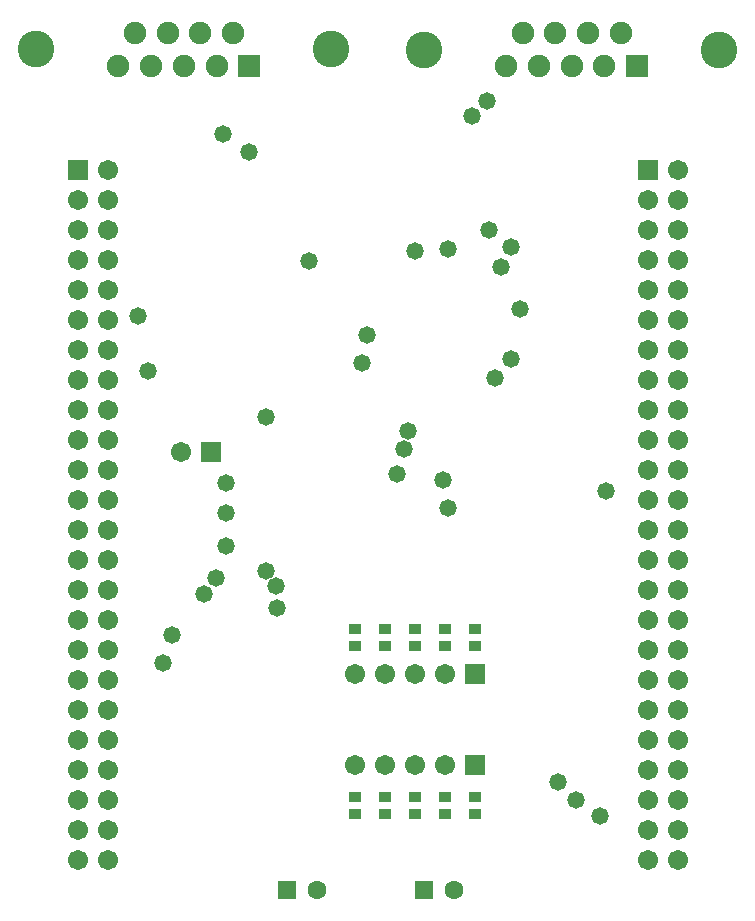
<source format=gbs>
G04*
G04 #@! TF.GenerationSoftware,Altium Limited,Altium Designer,19.0.15 (446)*
G04*
G04 Layer_Color=16711935*
%FSLAX25Y25*%
%MOIN*%
G70*
G01*
G75*
%ADD44R,0.06706X0.06706*%
%ADD46C,0.12217*%
%ADD47C,0.07493*%
%ADD48R,0.07493X0.07493*%
%ADD49C,0.06706*%
%ADD50R,0.06706X0.06706*%
%ADD51R,0.06312X0.06312*%
%ADD52C,0.06312*%
%ADD53C,0.05800*%
%ADD63R,0.04343X0.03556*%
D44*
X344394Y246500D02*
D03*
Y216000D02*
D03*
X256394Y320500D02*
D03*
D46*
X327394Y454500D02*
D03*
X425779D02*
D03*
X198118Y454591D02*
D03*
X296504D02*
D03*
D47*
X360228Y460090D02*
D03*
X371134D02*
D03*
X382039D02*
D03*
X392945D02*
D03*
X354776Y448910D02*
D03*
X365681D02*
D03*
X376587D02*
D03*
X387492D02*
D03*
X230953Y460181D02*
D03*
X241858D02*
D03*
X252764D02*
D03*
X263669D02*
D03*
X225500Y449000D02*
D03*
X236405D02*
D03*
X247311D02*
D03*
X258217D02*
D03*
D48*
X398398Y448910D02*
D03*
X269122Y449000D02*
D03*
D49*
X304394Y246500D02*
D03*
X314394D02*
D03*
X324394D02*
D03*
X334394D02*
D03*
X304394Y216000D02*
D03*
X314394D02*
D03*
X324394D02*
D03*
X334394D02*
D03*
X246394Y320500D02*
D03*
X221894Y414500D02*
D03*
X211894Y404500D02*
D03*
X221894D02*
D03*
X211894Y394500D02*
D03*
X221894D02*
D03*
X211894Y384500D02*
D03*
X221894D02*
D03*
X211894Y374500D02*
D03*
X221894D02*
D03*
X211894Y364500D02*
D03*
X221894D02*
D03*
X211894Y354500D02*
D03*
X221894D02*
D03*
X211894Y344500D02*
D03*
X221894D02*
D03*
X211894Y334500D02*
D03*
X221894D02*
D03*
X211894Y324500D02*
D03*
X221894D02*
D03*
X211894Y314500D02*
D03*
X221894D02*
D03*
X211894Y304500D02*
D03*
X221894D02*
D03*
X211894Y294500D02*
D03*
X221894D02*
D03*
X211894Y284500D02*
D03*
X221894D02*
D03*
X211894Y274500D02*
D03*
X221894D02*
D03*
X211894Y264500D02*
D03*
X221894D02*
D03*
X211894Y254500D02*
D03*
X221894D02*
D03*
X211894Y244500D02*
D03*
X221894D02*
D03*
X211894Y234500D02*
D03*
X221894D02*
D03*
X211894Y224500D02*
D03*
X221894D02*
D03*
X211894Y214500D02*
D03*
X221894D02*
D03*
X211894Y204500D02*
D03*
X221894D02*
D03*
X211894Y194500D02*
D03*
X221894D02*
D03*
X211894Y184500D02*
D03*
X221894D02*
D03*
X412000Y414500D02*
D03*
X402000Y404500D02*
D03*
X412000D02*
D03*
X402000Y394500D02*
D03*
X412000D02*
D03*
X402000Y384500D02*
D03*
X412000D02*
D03*
X402000Y374500D02*
D03*
X412000D02*
D03*
X402000Y364500D02*
D03*
X412000D02*
D03*
X402000Y354500D02*
D03*
X412000D02*
D03*
X402000Y344500D02*
D03*
X412000D02*
D03*
X402000Y334500D02*
D03*
X412000D02*
D03*
X402000Y324500D02*
D03*
X412000D02*
D03*
X402000Y314500D02*
D03*
X412000D02*
D03*
X402000Y304500D02*
D03*
X412000D02*
D03*
X402000Y294500D02*
D03*
X412000D02*
D03*
X402000Y284500D02*
D03*
X412000D02*
D03*
X402000Y274500D02*
D03*
X412000D02*
D03*
X402000Y264500D02*
D03*
X412000D02*
D03*
X402000Y254500D02*
D03*
X412000D02*
D03*
X402000Y244500D02*
D03*
X412000D02*
D03*
X402000Y234500D02*
D03*
X412000D02*
D03*
X402000Y224500D02*
D03*
X412000D02*
D03*
X402000Y214500D02*
D03*
X412000D02*
D03*
X402000Y204500D02*
D03*
X412000D02*
D03*
X402000Y194500D02*
D03*
X412000D02*
D03*
X402000Y184500D02*
D03*
X412000D02*
D03*
D50*
X211894Y414500D02*
D03*
X402000D02*
D03*
D51*
X327394Y174500D02*
D03*
X281665D02*
D03*
D52*
X337394D02*
D03*
X291665D02*
D03*
D53*
X269122Y420500D02*
D03*
X260500Y426500D02*
D03*
X348500Y437500D02*
D03*
X353000Y381878D02*
D03*
X356394Y388653D02*
D03*
X359394Y368000D02*
D03*
X343500Y432500D02*
D03*
X349000Y394500D02*
D03*
X289094Y384000D02*
D03*
X324500Y387209D02*
D03*
X356500Y351209D02*
D03*
X308500Y359315D02*
D03*
X335489Y388000D02*
D03*
X335500Y301709D02*
D03*
X274658Y280851D02*
D03*
X278000Y275709D02*
D03*
X240500Y250047D02*
D03*
X274658Y332000D02*
D03*
X278500Y268209D02*
D03*
X372000Y210500D02*
D03*
X386000Y199000D02*
D03*
X378000Y204500D02*
D03*
X254000Y273000D02*
D03*
X243500Y259500D02*
D03*
X320595Y321282D02*
D03*
X388000Y307500D02*
D03*
X333673Y311000D02*
D03*
X318394Y313000D02*
D03*
X322000Y327500D02*
D03*
X306703Y350000D02*
D03*
X235394Y347500D02*
D03*
X261394Y310000D02*
D03*
X257894Y278500D02*
D03*
X261394Y300000D02*
D03*
Y289000D02*
D03*
X350894Y345000D02*
D03*
X231894Y365772D02*
D03*
D63*
X324394Y205256D02*
D03*
Y199744D02*
D03*
Y261256D02*
D03*
Y255744D02*
D03*
X334394Y261256D02*
D03*
Y255744D02*
D03*
X304394Y261256D02*
D03*
Y255744D02*
D03*
X314394Y261256D02*
D03*
Y255744D02*
D03*
X304394Y199744D02*
D03*
Y205256D02*
D03*
X344394Y199744D02*
D03*
Y205256D02*
D03*
X334394Y199744D02*
D03*
Y205256D02*
D03*
X314394Y199744D02*
D03*
Y205256D02*
D03*
X344394Y261256D02*
D03*
Y255744D02*
D03*
M02*

</source>
